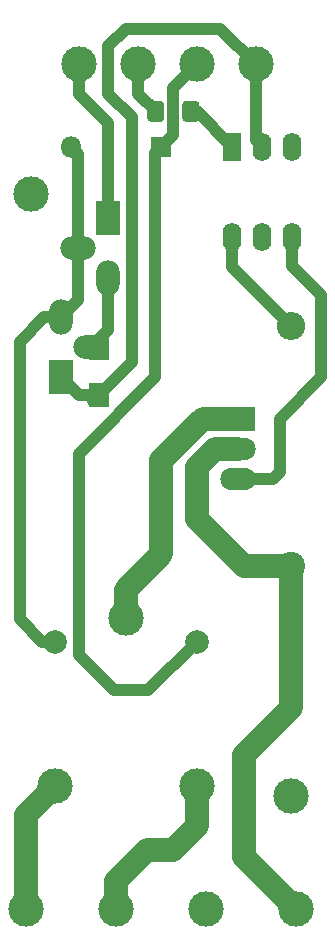
<source format=gbr>
%TF.GenerationSoftware,KiCad,Pcbnew,(5.1.6)-1*%
%TF.CreationDate,2021-02-27T12:29:00+04:00*%
%TF.ProjectId,SmartHouseDINRelayGate,536d6172-7448-46f7-9573-6544494e5265,rev?*%
%TF.SameCoordinates,Original*%
%TF.FileFunction,Copper,L1,Top*%
%TF.FilePolarity,Positive*%
%FSLAX46Y46*%
G04 Gerber Fmt 4.6, Leading zero omitted, Abs format (unit mm)*
G04 Created by KiCad (PCBNEW (5.1.6)-1) date 2021-02-27 12:29:00*
%MOMM*%
%LPD*%
G01*
G04 APERTURE LIST*
%TA.AperFunction,ComponentPad*%
%ADD10R,1.800000X1.800000*%
%TD*%
%TA.AperFunction,ComponentPad*%
%ADD11O,1.800000X1.800000*%
%TD*%
%TA.AperFunction,ComponentPad*%
%ADD12C,3.000000*%
%TD*%
%TA.AperFunction,ComponentPad*%
%ADD13C,2.000000*%
%TD*%
%TA.AperFunction,ComponentPad*%
%ADD14C,2.400000*%
%TD*%
%TA.AperFunction,ComponentPad*%
%ADD15O,2.400000X2.400000*%
%TD*%
%TA.AperFunction,ComponentPad*%
%ADD16O,3.000000X2.000000*%
%TD*%
%TA.AperFunction,ComponentPad*%
%ADD17R,2.000000X3.000000*%
%TD*%
%TA.AperFunction,ComponentPad*%
%ADD18O,2.000000X3.000000*%
%TD*%
%TA.AperFunction,SMDPad,CuDef*%
%ADD19R,1.700000X2.000000*%
%TD*%
%TA.AperFunction,ComponentPad*%
%ADD20R,3.000000X2.000000*%
%TD*%
%TA.AperFunction,ComponentPad*%
%ADD21O,3.000000X1.905000*%
%TD*%
%TA.AperFunction,ComponentPad*%
%ADD22R,1.600000X2.400000*%
%TD*%
%TA.AperFunction,ComponentPad*%
%ADD23O,1.600000X2.400000*%
%TD*%
%TA.AperFunction,Conductor*%
%ADD24C,2.000000*%
%TD*%
%TA.AperFunction,Conductor*%
%ADD25C,1.000000*%
%TD*%
G04 APERTURE END LIST*
D10*
%TO.P,D2,1*%
%TO.N,Net-(D2-Pad1)*%
X264000000Y-62000000D03*
D11*
%TO.P,D2,2*%
%TO.N,Net-(D2-Pad2)*%
X256380000Y-62000000D03*
%TD*%
D12*
%TO.P,U3,3*%
%TO.N,Net-(Q1-Pad1)*%
X261000000Y-101900000D03*
D13*
%TO.P,U3,1*%
%TO.N,Net-(D2-Pad2)*%
X255000000Y-103900000D03*
%TO.P,U3,2*%
%TO.N,Net-(D2-Pad1)*%
X267000000Y-103900000D03*
D12*
%TO.P,U3,5*%
%TO.N,Net-(P2-Pad2)*%
X267000000Y-116100000D03*
%TO.P,U3,4*%
%TO.N,Net-(P2-Pad1)*%
X255000000Y-116100000D03*
%TD*%
D14*
%TO.P,R3,1*%
%TO.N,Net-(P2-Pad4)*%
X275000000Y-97500000D03*
D15*
%TO.P,R3,2*%
%TO.N,Net-(R3-Pad2)*%
X275000000Y-77180000D03*
%TD*%
D12*
%TO.P,REF\u002A\u002A,1*%
%TO.N,N/C*%
X253000000Y-66000000D03*
%TD*%
%TO.P,REF\u002A\u002A,1*%
%TO.N,N/C*%
X275000000Y-117000000D03*
%TD*%
%TO.P,P1,1*%
%TO.N,Net-(P1-Pad1)*%
X257000000Y-55000000D03*
%TO.P,P1,2*%
%TO.N,Net-(P1-Pad2)*%
X262000000Y-55000000D03*
%TO.P,P1,3*%
%TO.N,Net-(D2-Pad1)*%
X267000000Y-55000000D03*
%TO.P,P1,4*%
%TO.N,Net-(P1-Pad4)*%
X272000000Y-55000000D03*
%TD*%
D16*
%TO.P,Q2,2*%
%TO.N,Net-(Q2-Pad2)*%
X258040000Y-78960000D03*
D17*
%TO.P,Q2,1*%
%TO.N,Net-(P1-Pad4)*%
X255500000Y-81500000D03*
D18*
%TO.P,Q2,3*%
%TO.N,Net-(D2-Pad2)*%
X255500000Y-76420000D03*
%TD*%
D16*
%TO.P,Q4,2*%
%TO.N,Net-(D2-Pad2)*%
X256960000Y-70540000D03*
D17*
%TO.P,Q4,1*%
%TO.N,Net-(P1-Pad1)*%
X259500000Y-68000000D03*
D18*
%TO.P,Q4,3*%
%TO.N,Net-(Q2-Pad2)*%
X259500000Y-73080000D03*
%TD*%
D19*
%TO.P,R2,1*%
%TO.N,Net-(P1-Pad4)*%
X258750000Y-83000000D03*
%TO.P,R2,2*%
%TO.N,Net-(Q2-Pad2)*%
X258750000Y-79000000D03*
%TD*%
D12*
%TO.P,P2,1*%
%TO.N,Net-(P2-Pad1)*%
X252510000Y-126500000D03*
%TO.P,P2,2*%
%TO.N,Net-(P2-Pad2)*%
X260130000Y-126500000D03*
%TO.P,P2,3*%
%TO.N,Net-(P2-Pad3)*%
X267750000Y-126500000D03*
%TO.P,P2,4*%
%TO.N,Net-(P2-Pad4)*%
X275370000Y-126500000D03*
%TD*%
D20*
%TO.P,Q1,1*%
%TO.N,Net-(Q1-Pad1)*%
X270500000Y-85000000D03*
D21*
%TO.P,Q1,2*%
%TO.N,Net-(P2-Pad4)*%
X270500000Y-87540000D03*
%TO.P,Q1,3*%
%TO.N,Net-(Q1-Pad3)*%
X270500000Y-90080000D03*
%TD*%
%TO.P,R1,1*%
%TO.N,Net-(R1-Pad1)*%
%TA.AperFunction,SMDPad,CuDef*%
G36*
G01*
X267200000Y-58375000D02*
X267200000Y-59625000D01*
G75*
G02*
X266950000Y-59875000I-250000J0D01*
G01*
X266025000Y-59875000D01*
G75*
G02*
X265775000Y-59625000I0J250000D01*
G01*
X265775000Y-58375000D01*
G75*
G02*
X266025000Y-58125000I250000J0D01*
G01*
X266950000Y-58125000D01*
G75*
G02*
X267200000Y-58375000I0J-250000D01*
G01*
G37*
%TD.AperFunction*%
%TO.P,R1,2*%
%TO.N,Net-(P1-Pad2)*%
%TA.AperFunction,SMDPad,CuDef*%
G36*
G01*
X264225000Y-58375000D02*
X264225000Y-59625000D01*
G75*
G02*
X263975000Y-59875000I-250000J0D01*
G01*
X263050000Y-59875000D01*
G75*
G02*
X262800000Y-59625000I0J250000D01*
G01*
X262800000Y-58375000D01*
G75*
G02*
X263050000Y-58125000I250000J0D01*
G01*
X263975000Y-58125000D01*
G75*
G02*
X264225000Y-58375000I0J-250000D01*
G01*
G37*
%TD.AperFunction*%
%TD*%
D22*
%TO.P,U1,1*%
%TO.N,Net-(R1-Pad1)*%
X270000000Y-62000000D03*
D23*
%TO.P,U1,4*%
%TO.N,Net-(Q1-Pad3)*%
X275080000Y-69620000D03*
%TO.P,U1,2*%
%TO.N,Net-(P1-Pad4)*%
X272540000Y-62000000D03*
%TO.P,U1,5*%
%TO.N,Net-(U1-Pad5)*%
X272540000Y-69620000D03*
%TO.P,U1,3*%
%TO.N,Net-(U1-Pad3)*%
X275080000Y-62000000D03*
%TO.P,U1,6*%
%TO.N,Net-(R3-Pad2)*%
X270000000Y-69620000D03*
%TD*%
D24*
%TO.N,Net-(P2-Pad2)*%
X260130000Y-126500000D02*
X260130000Y-124120000D01*
X267000000Y-119500000D02*
X267000000Y-116100000D01*
X265000000Y-121500000D02*
X267000000Y-119500000D01*
X262750000Y-121500000D02*
X265000000Y-121500000D01*
X260130000Y-124120000D02*
X262750000Y-121500000D01*
D25*
%TO.N,Net-(P1-Pad2)*%
X262000000Y-57487500D02*
X263512500Y-59000000D01*
X262000000Y-55000000D02*
X262000000Y-57487500D01*
D24*
%TO.N,Net-(P2-Pad1)*%
X252510000Y-126500000D02*
X252510000Y-118590000D01*
X252510000Y-118590000D02*
X255000000Y-116100000D01*
D25*
%TO.N,Net-(Q2-Pad2)*%
X259500000Y-73080000D02*
X259500000Y-77500000D01*
X259500000Y-77500000D02*
X258040000Y-78960000D01*
X258710000Y-78960000D02*
X258750000Y-79000000D01*
X258750000Y-79000000D02*
X258040000Y-78960000D01*
%TO.N,Net-(D2-Pad1)*%
X267000000Y-103900000D02*
X267000000Y-104000000D01*
%TO.N,Net-(D2-Pad2)*%
X255000000Y-103900000D02*
X253900000Y-103900000D01*
X254080000Y-76420000D02*
X255500000Y-76420000D01*
X252000000Y-78500000D02*
X254080000Y-76420000D01*
X252000000Y-102000000D02*
X252000000Y-78500000D01*
X253900000Y-103900000D02*
X252000000Y-102000000D01*
X256960000Y-70540000D02*
X256960000Y-74960000D01*
X256960000Y-74960000D02*
X255500000Y-76420000D01*
X256960000Y-62580000D02*
X256380000Y-62000000D01*
X256960000Y-70540000D02*
X256960000Y-62580000D01*
%TO.N,Net-(P1-Pad1)*%
X257000000Y-55000000D02*
X257000000Y-57500000D01*
X259500000Y-60000000D02*
X259500000Y-68000000D01*
X257000000Y-57500000D02*
X259500000Y-60000000D01*
X257000000Y-55000000D02*
X257000000Y-55250000D01*
%TO.N,Net-(P1-Pad4)*%
X258750000Y-83000000D02*
X257000000Y-83000000D01*
X257000000Y-83000000D02*
X255500000Y-81500000D01*
X258250000Y-83500000D02*
X258750000Y-83000000D01*
X272000000Y-55000000D02*
X269000000Y-52000000D01*
X269000000Y-52000000D02*
X261000000Y-52000000D01*
X261000000Y-52000000D02*
X259500000Y-53500000D01*
X259500000Y-53500000D02*
X259500000Y-57500000D01*
X259500000Y-57500000D02*
X261500000Y-59500000D01*
X261500000Y-80250000D02*
X258750000Y-83000000D01*
X261500000Y-59500000D02*
X261500000Y-80250000D01*
X272000000Y-61460000D02*
X272540000Y-62000000D01*
X272000000Y-55000000D02*
X272000000Y-61460000D01*
D24*
%TO.N,Net-(P2-Pad4)*%
X270500000Y-87540000D02*
X268540000Y-87540000D01*
X268540000Y-87540000D02*
X267000000Y-89080000D01*
X267000000Y-89080000D02*
X267000000Y-93500000D01*
X271000000Y-97500000D02*
X275000000Y-97500000D01*
X267000000Y-93500000D02*
X271000000Y-97500000D01*
X275000000Y-97500000D02*
X275000000Y-109500000D01*
X275000000Y-109500000D02*
X271000000Y-113500000D01*
X271000000Y-122130000D02*
X275370000Y-126500000D01*
X271000000Y-113500000D02*
X271000000Y-122130000D01*
D25*
%TO.N,Net-(D2-Pad1)*%
X264000000Y-62000000D02*
X265000000Y-61000000D01*
X265000000Y-61000000D02*
X265000000Y-57000000D01*
X265000000Y-57000000D02*
X267000000Y-55000000D01*
X263500000Y-62500000D02*
X264000000Y-62000000D01*
X263500000Y-81500000D02*
X263500000Y-62500000D01*
X262900000Y-108000000D02*
X260000000Y-108000000D01*
X267000000Y-103900000D02*
X262900000Y-108000000D01*
X257000000Y-105000000D02*
X257000000Y-88000000D01*
X260000000Y-108000000D02*
X257000000Y-105000000D01*
X257000000Y-88000000D02*
X263500000Y-81500000D01*
D24*
%TO.N,Net-(Q1-Pad1)*%
X261000000Y-101900000D02*
X261000000Y-99500000D01*
X261000000Y-99500000D02*
X264000000Y-96500000D01*
X264000000Y-96500000D02*
X264000000Y-88500000D01*
X267500000Y-85000000D02*
X270500000Y-85000000D01*
X264000000Y-88500000D02*
X267500000Y-85000000D01*
D25*
%TO.N,Net-(Q1-Pad3)*%
X275080000Y-69620000D02*
X275080000Y-72080000D01*
X275080000Y-72080000D02*
X277500000Y-74500000D01*
X277500000Y-74500000D02*
X277500000Y-81500000D01*
X277500000Y-81500000D02*
X274000000Y-85000000D01*
X274000000Y-85000000D02*
X274000000Y-89500000D01*
X273420000Y-90080000D02*
X270500000Y-90080000D01*
X274000000Y-89500000D02*
X273420000Y-90080000D01*
%TO.N,Net-(R1-Pad1)*%
X267000000Y-59000000D02*
X270000000Y-62000000D01*
X266487500Y-59000000D02*
X267000000Y-59000000D01*
%TO.N,Net-(R3-Pad2)*%
X270000000Y-72180000D02*
X275000000Y-77180000D01*
X270000000Y-69620000D02*
X270000000Y-72180000D01*
%TD*%
M02*

</source>
